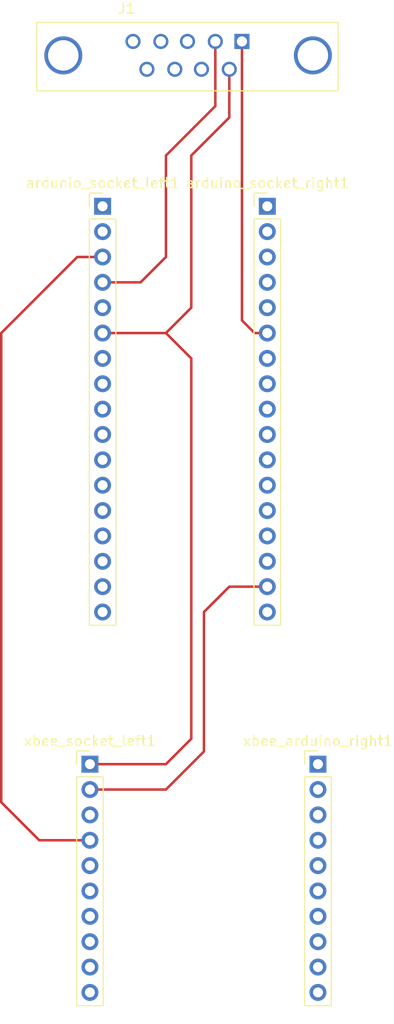
<source format=kicad_pcb>
(kicad_pcb (version 4) (host pcbnew 4.0.6)

  (general
    (links 7)
    (no_connects 1)
    (area 0 0 0 0)
    (thickness 1.6)
    (drawings 0)
    (tracks 27)
    (zones 0)
    (modules 5)
    (nets 59)
  )

  (page A4)
  (layers
    (0 F.Cu signal)
    (31 B.Cu signal)
    (32 B.Adhes user)
    (33 F.Adhes user)
    (34 B.Paste user)
    (35 F.Paste user)
    (36 B.SilkS user)
    (37 F.SilkS user)
    (38 B.Mask user)
    (39 F.Mask user)
    (40 Dwgs.User user)
    (41 Cmts.User user)
    (42 Eco1.User user)
    (43 Eco2.User user)
    (44 Edge.Cuts user)
    (45 Margin user)
    (46 B.CrtYd user)
    (47 F.CrtYd user)
    (48 B.Fab user)
    (49 F.Fab user)
  )

  (setup
    (last_trace_width 0.25)
    (trace_clearance 0.2)
    (zone_clearance 0.508)
    (zone_45_only no)
    (trace_min 0.2)
    (segment_width 0.2)
    (edge_width 0.15)
    (via_size 0.6)
    (via_drill 0.4)
    (via_min_size 0.4)
    (via_min_drill 0.3)
    (uvia_size 0.3)
    (uvia_drill 0.1)
    (uvias_allowed no)
    (uvia_min_size 0.2)
    (uvia_min_drill 0.1)
    (pcb_text_width 0.3)
    (pcb_text_size 1.5 1.5)
    (mod_edge_width 0.15)
    (mod_text_size 1 1)
    (mod_text_width 0.15)
    (pad_size 1.524 1.524)
    (pad_drill 0.762)
    (pad_to_mask_clearance 0.2)
    (aux_axis_origin 0 0)
    (visible_elements 7FFFFFFF)
    (pcbplotparams
      (layerselection 0x00030_80000001)
      (usegerberextensions false)
      (excludeedgelayer true)
      (linewidth 0.100000)
      (plotframeref false)
      (viasonmask false)
      (mode 1)
      (useauxorigin false)
      (hpglpennumber 1)
      (hpglpenspeed 20)
      (hpglpendiameter 15)
      (hpglpenoverlay 2)
      (psnegative false)
      (psa4output false)
      (plotreference true)
      (plotvalue true)
      (plotinvisibletext false)
      (padsonsilk false)
      (subtractmaskfromsilk false)
      (outputformat 1)
      (mirror false)
      (drillshape 1)
      (scaleselection 1)
      (outputdirectory ""))
  )

  (net 0 "")
  (net 1 "Net-(arduino_socket_right1-Pad1)")
  (net 2 "Net-(arduino_socket_right1-Pad2)")
  (net 3 "Net-(arduino_socket_right1-Pad5)")
  (net 4 "Net-(arduino_socket_right1-Pad7)")
  (net 5 "Net-(arduino_socket_right1-Pad8)")
  (net 6 "Net-(arduino_socket_right1-Pad9)")
  (net 7 "Net-(arduino_socket_right1-Pad10)")
  (net 8 "Net-(arduino_socket_right1-Pad11)")
  (net 9 "Net-(arduino_socket_right1-Pad12)")
  (net 10 "Net-(arduino_socket_right1-Pad13)")
  (net 11 "Net-(arduino_socket_right1-Pad14)")
  (net 12 "Net-(arduino_socket_right1-Pad15)")
  (net 13 "Net-(arduino_socket_right1-Pad17)")
  (net 14 "Net-(ardunio_socket_left1-Pad1)")
  (net 15 "Net-(ardunio_socket_left1-Pad2)")
  (net 16 "Net-(ardunio_socket_left1-Pad7)")
  (net 17 "Net-(ardunio_socket_left1-Pad8)")
  (net 18 "Net-(ardunio_socket_left1-Pad9)")
  (net 19 "Net-(ardunio_socket_left1-Pad10)")
  (net 20 "Net-(ardunio_socket_left1-Pad11)")
  (net 21 "Net-(ardunio_socket_left1-Pad12)")
  (net 22 "Net-(ardunio_socket_left1-Pad13)")
  (net 23 "Net-(ardunio_socket_left1-Pad14)")
  (net 24 "Net-(ardunio_socket_left1-Pad15)")
  (net 25 "Net-(ardunio_socket_left1-Pad16)")
  (net 26 "Net-(ardunio_socket_left1-Pad17)")
  (net 27 "Net-(J1-Pad3)")
  (net 28 "Net-(J1-Pad4)")
  (net 29 "Net-(J1-Pad5)")
  (net 30 "Net-(J1-Pad7)")
  (net 31 "Net-(J1-Pad8)")
  (net 32 "Net-(J1-Pad9)")
  (net 33 "Net-(xbee_arduino_right1-Pad1)")
  (net 34 "Net-(xbee_arduino_right1-Pad2)")
  (net 35 "Net-(xbee_arduino_right1-Pad3)")
  (net 36 "Net-(xbee_arduino_right1-Pad4)")
  (net 37 "Net-(xbee_arduino_right1-Pad5)")
  (net 38 "Net-(xbee_arduino_right1-Pad6)")
  (net 39 "Net-(xbee_arduino_right1-Pad7)")
  (net 40 "Net-(xbee_arduino_right1-Pad8)")
  (net 41 "Net-(xbee_arduino_right1-Pad9)")
  (net 42 "Net-(xbee_socket_left1-Pad5)")
  (net 43 "Net-(xbee_socket_left1-Pad6)")
  (net 44 "Net-(xbee_socket_left1-Pad7)")
  (net 45 "Net-(xbee_socket_left1-Pad8)")
  (net 46 "Net-(xbee_socket_left1-Pad9)")
  (net 47 GND)
  (net 48 VCC)
  (net 49 "Net-(arduino_socket_right1-Pad4)")
  (net 50 "Net-(J1-Pad0)")
  (net 51 "Net-(xbee_arduino_right1-Pad10)")
  (net 52 "Net-(xbee_socket_left1-Pad10)")
  (net 53 /TX_to_xbee)
  (net 54 /VIN)
  (net 55 /3.3V)
  (net 56 /TX_roach)
  (net 57 /RESET)
  (net 58 /Dout)

  (net_class Default "Dies ist die voreingestellte Netzklasse."
    (clearance 0.2)
    (trace_width 0.25)
    (via_dia 0.6)
    (via_drill 0.4)
    (uvia_dia 0.3)
    (uvia_drill 0.1)
    (add_net /3.3V)
    (add_net /Dout)
    (add_net /RESET)
    (add_net /TX_roach)
    (add_net /TX_to_xbee)
    (add_net /VIN)
    (add_net GND)
    (add_net "Net-(J1-Pad0)")
    (add_net "Net-(J1-Pad3)")
    (add_net "Net-(J1-Pad4)")
    (add_net "Net-(J1-Pad5)")
    (add_net "Net-(J1-Pad7)")
    (add_net "Net-(J1-Pad8)")
    (add_net "Net-(J1-Pad9)")
    (add_net "Net-(arduino_socket_right1-Pad1)")
    (add_net "Net-(arduino_socket_right1-Pad10)")
    (add_net "Net-(arduino_socket_right1-Pad11)")
    (add_net "Net-(arduino_socket_right1-Pad12)")
    (add_net "Net-(arduino_socket_right1-Pad13)")
    (add_net "Net-(arduino_socket_right1-Pad14)")
    (add_net "Net-(arduino_socket_right1-Pad15)")
    (add_net "Net-(arduino_socket_right1-Pad17)")
    (add_net "Net-(arduino_socket_right1-Pad2)")
    (add_net "Net-(arduino_socket_right1-Pad4)")
    (add_net "Net-(arduino_socket_right1-Pad5)")
    (add_net "Net-(arduino_socket_right1-Pad7)")
    (add_net "Net-(arduino_socket_right1-Pad8)")
    (add_net "Net-(arduino_socket_right1-Pad9)")
    (add_net "Net-(ardunio_socket_left1-Pad1)")
    (add_net "Net-(ardunio_socket_left1-Pad10)")
    (add_net "Net-(ardunio_socket_left1-Pad11)")
    (add_net "Net-(ardunio_socket_left1-Pad12)")
    (add_net "Net-(ardunio_socket_left1-Pad13)")
    (add_net "Net-(ardunio_socket_left1-Pad14)")
    (add_net "Net-(ardunio_socket_left1-Pad15)")
    (add_net "Net-(ardunio_socket_left1-Pad16)")
    (add_net "Net-(ardunio_socket_left1-Pad17)")
    (add_net "Net-(ardunio_socket_left1-Pad2)")
    (add_net "Net-(ardunio_socket_left1-Pad7)")
    (add_net "Net-(ardunio_socket_left1-Pad8)")
    (add_net "Net-(ardunio_socket_left1-Pad9)")
    (add_net "Net-(xbee_arduino_right1-Pad1)")
    (add_net "Net-(xbee_arduino_right1-Pad10)")
    (add_net "Net-(xbee_arduino_right1-Pad2)")
    (add_net "Net-(xbee_arduino_right1-Pad3)")
    (add_net "Net-(xbee_arduino_right1-Pad4)")
    (add_net "Net-(xbee_arduino_right1-Pad5)")
    (add_net "Net-(xbee_arduino_right1-Pad6)")
    (add_net "Net-(xbee_arduino_right1-Pad7)")
    (add_net "Net-(xbee_arduino_right1-Pad8)")
    (add_net "Net-(xbee_arduino_right1-Pad9)")
    (add_net "Net-(xbee_socket_left1-Pad10)")
    (add_net "Net-(xbee_socket_left1-Pad5)")
    (add_net "Net-(xbee_socket_left1-Pad6)")
    (add_net "Net-(xbee_socket_left1-Pad7)")
    (add_net "Net-(xbee_socket_left1-Pad8)")
    (add_net "Net-(xbee_socket_left1-Pad9)")
    (add_net VCC)
  )

  (module Socket_Strips:Socket_Strip_Straight_1x17_Pitch2.54mm (layer F.Cu) (tedit 58CD5446) (tstamp 592048DF)
    (at 237.49 64.77)
    (descr "Through hole straight socket strip, 1x17, 2.54mm pitch, single row")
    (tags "Through hole socket strip THT 1x17 2.54mm single row")
    (path /592035FF)
    (fp_text reference arduino_socket_right1 (at 0 -2.33) (layer F.SilkS)
      (effects (font (size 1 1) (thickness 0.15)))
    )
    (fp_text value CONN_01X17 (at 0 42.97) (layer F.Fab)
      (effects (font (size 1 1) (thickness 0.15)))
    )
    (fp_line (start -1.27 -1.27) (end -1.27 41.91) (layer F.Fab) (width 0.1))
    (fp_line (start -1.27 41.91) (end 1.27 41.91) (layer F.Fab) (width 0.1))
    (fp_line (start 1.27 41.91) (end 1.27 -1.27) (layer F.Fab) (width 0.1))
    (fp_line (start 1.27 -1.27) (end -1.27 -1.27) (layer F.Fab) (width 0.1))
    (fp_line (start -1.33 1.27) (end -1.33 41.97) (layer F.SilkS) (width 0.12))
    (fp_line (start -1.33 41.97) (end 1.33 41.97) (layer F.SilkS) (width 0.12))
    (fp_line (start 1.33 41.97) (end 1.33 1.27) (layer F.SilkS) (width 0.12))
    (fp_line (start 1.33 1.27) (end -1.33 1.27) (layer F.SilkS) (width 0.12))
    (fp_line (start -1.33 0) (end -1.33 -1.33) (layer F.SilkS) (width 0.12))
    (fp_line (start -1.33 -1.33) (end 0 -1.33) (layer F.SilkS) (width 0.12))
    (fp_line (start -1.8 -1.8) (end -1.8 42.45) (layer F.CrtYd) (width 0.05))
    (fp_line (start -1.8 42.45) (end 1.8 42.45) (layer F.CrtYd) (width 0.05))
    (fp_line (start 1.8 42.45) (end 1.8 -1.8) (layer F.CrtYd) (width 0.05))
    (fp_line (start 1.8 -1.8) (end -1.8 -1.8) (layer F.CrtYd) (width 0.05))
    (fp_text user %R (at 0 -2.33) (layer F.Fab)
      (effects (font (size 1 1) (thickness 0.15)))
    )
    (pad 1 thru_hole rect (at 0 0) (size 1.7 1.7) (drill 1) (layers *.Cu *.Mask)
      (net 1 "Net-(arduino_socket_right1-Pad1)"))
    (pad 2 thru_hole oval (at 0 2.54) (size 1.7 1.7) (drill 1) (layers *.Cu *.Mask)
      (net 2 "Net-(arduino_socket_right1-Pad2)"))
    (pad 3 thru_hole oval (at 0 5.08) (size 1.7 1.7) (drill 1) (layers *.Cu *.Mask)
      (net 54 /VIN))
    (pad 4 thru_hole oval (at 0 7.62) (size 1.7 1.7) (drill 1) (layers *.Cu *.Mask)
      (net 49 "Net-(arduino_socket_right1-Pad4)"))
    (pad 5 thru_hole oval (at 0 10.16) (size 1.7 1.7) (drill 1) (layers *.Cu *.Mask)
      (net 3 "Net-(arduino_socket_right1-Pad5)"))
    (pad 6 thru_hole oval (at 0 12.7) (size 1.7 1.7) (drill 1) (layers *.Cu *.Mask)
      (net 48 VCC))
    (pad 7 thru_hole oval (at 0 15.24) (size 1.7 1.7) (drill 1) (layers *.Cu *.Mask)
      (net 4 "Net-(arduino_socket_right1-Pad7)"))
    (pad 8 thru_hole oval (at 0 17.78) (size 1.7 1.7) (drill 1) (layers *.Cu *.Mask)
      (net 5 "Net-(arduino_socket_right1-Pad8)"))
    (pad 9 thru_hole oval (at 0 20.32) (size 1.7 1.7) (drill 1) (layers *.Cu *.Mask)
      (net 6 "Net-(arduino_socket_right1-Pad9)"))
    (pad 10 thru_hole oval (at 0 22.86) (size 1.7 1.7) (drill 1) (layers *.Cu *.Mask)
      (net 7 "Net-(arduino_socket_right1-Pad10)"))
    (pad 11 thru_hole oval (at 0 25.4) (size 1.7 1.7) (drill 1) (layers *.Cu *.Mask)
      (net 8 "Net-(arduino_socket_right1-Pad11)"))
    (pad 12 thru_hole oval (at 0 27.94) (size 1.7 1.7) (drill 1) (layers *.Cu *.Mask)
      (net 9 "Net-(arduino_socket_right1-Pad12)"))
    (pad 13 thru_hole oval (at 0 30.48) (size 1.7 1.7) (drill 1) (layers *.Cu *.Mask)
      (net 10 "Net-(arduino_socket_right1-Pad13)"))
    (pad 14 thru_hole oval (at 0 33.02) (size 1.7 1.7) (drill 1) (layers *.Cu *.Mask)
      (net 11 "Net-(arduino_socket_right1-Pad14)"))
    (pad 15 thru_hole oval (at 0 35.56) (size 1.7 1.7) (drill 1) (layers *.Cu *.Mask)
      (net 12 "Net-(arduino_socket_right1-Pad15)"))
    (pad 16 thru_hole oval (at 0 38.1) (size 1.7 1.7) (drill 1) (layers *.Cu *.Mask)
      (net 55 /3.3V))
    (pad 17 thru_hole oval (at 0 40.64) (size 1.7 1.7) (drill 1) (layers *.Cu *.Mask)
      (net 13 "Net-(arduino_socket_right1-Pad17)"))
    (model ${KISYS3DMOD}/Socket_Strips.3dshapes/Socket_Strip_Straight_1x17_Pitch2.54mm.wrl
      (at (xyz 0 -0.8 0))
      (scale (xyz 1 1 1))
      (rotate (xyz 0 0 270))
    )
  )

  (module Socket_Strips:Socket_Strip_Straight_1x17_Pitch2.54mm (layer F.Cu) (tedit 58CD5446) (tstamp 592048F4)
    (at 220.98 64.77)
    (descr "Through hole straight socket strip, 1x17, 2.54mm pitch, single row")
    (tags "Through hole socket strip THT 1x17 2.54mm single row")
    (path /59202786)
    (fp_text reference ardunio_socket_left1 (at 0 -2.33) (layer F.SilkS)
      (effects (font (size 1 1) (thickness 0.15)))
    )
    (fp_text value CONN_01X17 (at 0 42.97) (layer F.Fab)
      (effects (font (size 1 1) (thickness 0.15)))
    )
    (fp_line (start -1.27 -1.27) (end -1.27 41.91) (layer F.Fab) (width 0.1))
    (fp_line (start -1.27 41.91) (end 1.27 41.91) (layer F.Fab) (width 0.1))
    (fp_line (start 1.27 41.91) (end 1.27 -1.27) (layer F.Fab) (width 0.1))
    (fp_line (start 1.27 -1.27) (end -1.27 -1.27) (layer F.Fab) (width 0.1))
    (fp_line (start -1.33 1.27) (end -1.33 41.97) (layer F.SilkS) (width 0.12))
    (fp_line (start -1.33 41.97) (end 1.33 41.97) (layer F.SilkS) (width 0.12))
    (fp_line (start 1.33 41.97) (end 1.33 1.27) (layer F.SilkS) (width 0.12))
    (fp_line (start 1.33 1.27) (end -1.33 1.27) (layer F.SilkS) (width 0.12))
    (fp_line (start -1.33 0) (end -1.33 -1.33) (layer F.SilkS) (width 0.12))
    (fp_line (start -1.33 -1.33) (end 0 -1.33) (layer F.SilkS) (width 0.12))
    (fp_line (start -1.8 -1.8) (end -1.8 42.45) (layer F.CrtYd) (width 0.05))
    (fp_line (start -1.8 42.45) (end 1.8 42.45) (layer F.CrtYd) (width 0.05))
    (fp_line (start 1.8 42.45) (end 1.8 -1.8) (layer F.CrtYd) (width 0.05))
    (fp_line (start 1.8 -1.8) (end -1.8 -1.8) (layer F.CrtYd) (width 0.05))
    (fp_text user %R (at 0 -2.33) (layer F.Fab)
      (effects (font (size 1 1) (thickness 0.15)))
    )
    (pad 1 thru_hole rect (at 0 0) (size 1.7 1.7) (drill 1) (layers *.Cu *.Mask)
      (net 14 "Net-(ardunio_socket_left1-Pad1)"))
    (pad 2 thru_hole oval (at 0 2.54) (size 1.7 1.7) (drill 1) (layers *.Cu *.Mask)
      (net 15 "Net-(ardunio_socket_left1-Pad2)"))
    (pad 3 thru_hole oval (at 0 5.08) (size 1.7 1.7) (drill 1) (layers *.Cu *.Mask)
      (net 53 /TX_to_xbee))
    (pad 4 thru_hole oval (at 0 7.62) (size 1.7 1.7) (drill 1) (layers *.Cu *.Mask)
      (net 56 /TX_roach))
    (pad 5 thru_hole oval (at 0 10.16) (size 1.7 1.7) (drill 1) (layers *.Cu *.Mask)
      (net 57 /RESET))
    (pad 6 thru_hole oval (at 0 12.7) (size 1.7 1.7) (drill 1) (layers *.Cu *.Mask)
      (net 47 GND))
    (pad 7 thru_hole oval (at 0 15.24) (size 1.7 1.7) (drill 1) (layers *.Cu *.Mask)
      (net 16 "Net-(ardunio_socket_left1-Pad7)"))
    (pad 8 thru_hole oval (at 0 17.78) (size 1.7 1.7) (drill 1) (layers *.Cu *.Mask)
      (net 17 "Net-(ardunio_socket_left1-Pad8)"))
    (pad 9 thru_hole oval (at 0 20.32) (size 1.7 1.7) (drill 1) (layers *.Cu *.Mask)
      (net 18 "Net-(ardunio_socket_left1-Pad9)"))
    (pad 10 thru_hole oval (at 0 22.86) (size 1.7 1.7) (drill 1) (layers *.Cu *.Mask)
      (net 19 "Net-(ardunio_socket_left1-Pad10)"))
    (pad 11 thru_hole oval (at 0 25.4) (size 1.7 1.7) (drill 1) (layers *.Cu *.Mask)
      (net 20 "Net-(ardunio_socket_left1-Pad11)"))
    (pad 12 thru_hole oval (at 0 27.94) (size 1.7 1.7) (drill 1) (layers *.Cu *.Mask)
      (net 21 "Net-(ardunio_socket_left1-Pad12)"))
    (pad 13 thru_hole oval (at 0 30.48) (size 1.7 1.7) (drill 1) (layers *.Cu *.Mask)
      (net 22 "Net-(ardunio_socket_left1-Pad13)"))
    (pad 14 thru_hole oval (at 0 33.02) (size 1.7 1.7) (drill 1) (layers *.Cu *.Mask)
      (net 23 "Net-(ardunio_socket_left1-Pad14)"))
    (pad 15 thru_hole oval (at 0 35.56) (size 1.7 1.7) (drill 1) (layers *.Cu *.Mask)
      (net 24 "Net-(ardunio_socket_left1-Pad15)"))
    (pad 16 thru_hole oval (at 0 38.1) (size 1.7 1.7) (drill 1) (layers *.Cu *.Mask)
      (net 25 "Net-(ardunio_socket_left1-Pad16)"))
    (pad 17 thru_hole oval (at 0 40.64) (size 1.7 1.7) (drill 1) (layers *.Cu *.Mask)
      (net 26 "Net-(ardunio_socket_left1-Pad17)"))
    (model ${KISYS3DMOD}/Socket_Strips.3dshapes/Socket_Strip_Straight_1x17_Pitch2.54mm.wrl
      (at (xyz 0 -0.8 0))
      (scale (xyz 1 1 1))
      (rotate (xyz 0 0 270))
    )
  )

  (module Connectors:DB9FD (layer F.Cu) (tedit 587FDEBE) (tstamp 59204903)
    (at 234.95 48.26)
    (descr "Connecteur DB9 femelle droit")
    (tags "CONN DB9")
    (path /59203B4C)
    (fp_text reference J1 (at -11.56 -3.3 180) (layer F.SilkS)
      (effects (font (size 1 1) (thickness 0.15)))
    )
    (fp_text value DB9_FEMALE_MountingHoles (at 0.63 -3.3) (layer F.Fab)
      (effects (font (size 1 1) (thickness 0.15)))
    )
    (fp_line (start -20.45 -1.78) (end -20.45 4.83) (layer F.Fab) (width 0.1))
    (fp_line (start -20.45 4.83) (end 9.53 4.83) (layer F.Fab) (width 0.1))
    (fp_line (start 9.53 4.83) (end 9.53 -1.78) (layer F.Fab) (width 0.1))
    (fp_line (start 9.53 -1.78) (end -20.45 -1.78) (layer F.Fab) (width 0.1))
    (fp_line (start -20.7 -2.03) (end 9.78 -2.03) (layer F.CrtYd) (width 0.05))
    (fp_line (start -20.7 -2.03) (end -20.7 5.08) (layer F.CrtYd) (width 0.05))
    (fp_line (start 9.78 5.08) (end 9.78 -2.03) (layer F.CrtYd) (width 0.05))
    (fp_line (start 9.78 5.08) (end -20.7 5.08) (layer F.CrtYd) (width 0.05))
    (fp_line (start -20.57 -1.9) (end 9.64 -1.9) (layer F.SilkS) (width 0.12))
    (fp_line (start -20.57 -1.9) (end -20.57 4.95) (layer F.SilkS) (width 0.12))
    (fp_line (start 9.64 4.95) (end 9.64 -1.9) (layer F.SilkS) (width 0.12))
    (fp_line (start 9.64 4.95) (end -20.57 4.95) (layer F.SilkS) (width 0.12))
    (pad 0 thru_hole circle (at -17.91 1.4) (size 3.81 3.81) (drill 3.05) (layers *.Cu *.Mask)
      (net 50 "Net-(J1-Pad0)"))
    (pad 0 thru_hole circle (at 7.11 1.4) (size 3.81 3.81) (drill 3.05) (layers *.Cu *.Mask)
      (net 50 "Net-(J1-Pad0)"))
    (pad 1 thru_hole rect (at 0 0) (size 1.52 1.52) (drill 1.02) (layers *.Cu *.Mask)
      (net 48 VCC))
    (pad 2 thru_hole circle (at -2.67 0) (size 1.52 1.52) (drill 1.02) (layers *.Cu *.Mask)
      (net 56 /TX_roach))
    (pad 3 thru_hole circle (at -5.46 0) (size 1.52 1.52) (drill 1.02) (layers *.Cu *.Mask)
      (net 27 "Net-(J1-Pad3)"))
    (pad 4 thru_hole circle (at -8.13 0) (size 1.52 1.52) (drill 1.02) (layers *.Cu *.Mask)
      (net 28 "Net-(J1-Pad4)"))
    (pad 5 thru_hole circle (at -10.92 0) (size 1.52 1.52) (drill 1.02) (layers *.Cu *.Mask)
      (net 29 "Net-(J1-Pad5)"))
    (pad 6 thru_hole circle (at -1.27 2.79) (size 1.52 1.52) (drill 1.02) (layers *.Cu *.Mask)
      (net 47 GND))
    (pad 7 thru_hole circle (at -4.06 2.79) (size 1.52 1.52) (drill 1.02) (layers *.Cu *.Mask)
      (net 30 "Net-(J1-Pad7)"))
    (pad 8 thru_hole circle (at -6.73 2.79) (size 1.52 1.52) (drill 1.02) (layers *.Cu *.Mask)
      (net 31 "Net-(J1-Pad8)"))
    (pad 9 thru_hole circle (at -9.53 2.79) (size 1.52 1.52) (drill 1.02) (layers *.Cu *.Mask)
      (net 32 "Net-(J1-Pad9)"))
    (model Connectors.3dshapes/DB9FD.wrl
      (at (xyz -0.2086614173228347 -0.05118110236220473 0))
      (scale (xyz 1 1 1))
      (rotate (xyz 0 0 0))
    )
  )

  (module Socket_Strips:Socket_Strip_Straight_1x10_Pitch2.54mm (layer F.Cu) (tedit 58CD5446) (tstamp 59204911)
    (at 242.57 120.65)
    (descr "Through hole straight socket strip, 1x10, 2.54mm pitch, single row")
    (tags "Through hole socket strip THT 1x10 2.54mm single row")
    (path /592039FD)
    (fp_text reference xbee_arduino_right1 (at 0 -2.33) (layer F.SilkS)
      (effects (font (size 1 1) (thickness 0.15)))
    )
    (fp_text value CONN_01X10 (at 0 25.19) (layer F.Fab)
      (effects (font (size 1 1) (thickness 0.15)))
    )
    (fp_line (start -1.27 -1.27) (end -1.27 24.13) (layer F.Fab) (width 0.1))
    (fp_line (start -1.27 24.13) (end 1.27 24.13) (layer F.Fab) (width 0.1))
    (fp_line (start 1.27 24.13) (end 1.27 -1.27) (layer F.Fab) (width 0.1))
    (fp_line (start 1.27 -1.27) (end -1.27 -1.27) (layer F.Fab) (width 0.1))
    (fp_line (start -1.33 1.27) (end -1.33 24.19) (layer F.SilkS) (width 0.12))
    (fp_line (start -1.33 24.19) (end 1.33 24.19) (layer F.SilkS) (width 0.12))
    (fp_line (start 1.33 24.19) (end 1.33 1.27) (layer F.SilkS) (width 0.12))
    (fp_line (start 1.33 1.27) (end -1.33 1.27) (layer F.SilkS) (width 0.12))
    (fp_line (start -1.33 0) (end -1.33 -1.33) (layer F.SilkS) (width 0.12))
    (fp_line (start -1.33 -1.33) (end 0 -1.33) (layer F.SilkS) (width 0.12))
    (fp_line (start -1.8 -1.8) (end -1.8 24.65) (layer F.CrtYd) (width 0.05))
    (fp_line (start -1.8 24.65) (end 1.8 24.65) (layer F.CrtYd) (width 0.05))
    (fp_line (start 1.8 24.65) (end 1.8 -1.8) (layer F.CrtYd) (width 0.05))
    (fp_line (start 1.8 -1.8) (end -1.8 -1.8) (layer F.CrtYd) (width 0.05))
    (fp_text user %R (at 0 -2.33) (layer F.Fab)
      (effects (font (size 1 1) (thickness 0.15)))
    )
    (pad 1 thru_hole rect (at 0 0) (size 1.7 1.7) (drill 1) (layers *.Cu *.Mask)
      (net 33 "Net-(xbee_arduino_right1-Pad1)"))
    (pad 2 thru_hole oval (at 0 2.54) (size 1.7 1.7) (drill 1) (layers *.Cu *.Mask)
      (net 34 "Net-(xbee_arduino_right1-Pad2)"))
    (pad 3 thru_hole oval (at 0 5.08) (size 1.7 1.7) (drill 1) (layers *.Cu *.Mask)
      (net 35 "Net-(xbee_arduino_right1-Pad3)"))
    (pad 4 thru_hole oval (at 0 7.62) (size 1.7 1.7) (drill 1) (layers *.Cu *.Mask)
      (net 36 "Net-(xbee_arduino_right1-Pad4)"))
    (pad 5 thru_hole oval (at 0 10.16) (size 1.7 1.7) (drill 1) (layers *.Cu *.Mask)
      (net 37 "Net-(xbee_arduino_right1-Pad5)"))
    (pad 6 thru_hole oval (at 0 12.7) (size 1.7 1.7) (drill 1) (layers *.Cu *.Mask)
      (net 38 "Net-(xbee_arduino_right1-Pad6)"))
    (pad 7 thru_hole oval (at 0 15.24) (size 1.7 1.7) (drill 1) (layers *.Cu *.Mask)
      (net 39 "Net-(xbee_arduino_right1-Pad7)"))
    (pad 8 thru_hole oval (at 0 17.78) (size 1.7 1.7) (drill 1) (layers *.Cu *.Mask)
      (net 40 "Net-(xbee_arduino_right1-Pad8)"))
    (pad 9 thru_hole oval (at 0 20.32) (size 1.7 1.7) (drill 1) (layers *.Cu *.Mask)
      (net 41 "Net-(xbee_arduino_right1-Pad9)"))
    (pad 10 thru_hole oval (at 0 22.86) (size 1.7 1.7) (drill 1) (layers *.Cu *.Mask)
      (net 51 "Net-(xbee_arduino_right1-Pad10)"))
    (model ${KISYS3DMOD}/Socket_Strips.3dshapes/Socket_Strip_Straight_1x10_Pitch2.54mm.wrl
      (at (xyz 0 -0.45 0))
      (scale (xyz 1 1 1))
      (rotate (xyz 0 0 270))
    )
  )

  (module Socket_Strips:Socket_Strip_Straight_1x10_Pitch2.54mm (layer F.Cu) (tedit 58CD5446) (tstamp 5920491F)
    (at 219.71 120.65)
    (descr "Through hole straight socket strip, 1x10, 2.54mm pitch, single row")
    (tags "Through hole socket strip THT 1x10 2.54mm single row")
    (path /59203900)
    (fp_text reference xbee_socket_left1 (at 0 -2.33) (layer F.SilkS)
      (effects (font (size 1 1) (thickness 0.15)))
    )
    (fp_text value CONN_01X10 (at 0 25.19) (layer F.Fab)
      (effects (font (size 1 1) (thickness 0.15)))
    )
    (fp_line (start -1.27 -1.27) (end -1.27 24.13) (layer F.Fab) (width 0.1))
    (fp_line (start -1.27 24.13) (end 1.27 24.13) (layer F.Fab) (width 0.1))
    (fp_line (start 1.27 24.13) (end 1.27 -1.27) (layer F.Fab) (width 0.1))
    (fp_line (start 1.27 -1.27) (end -1.27 -1.27) (layer F.Fab) (width 0.1))
    (fp_line (start -1.33 1.27) (end -1.33 24.19) (layer F.SilkS) (width 0.12))
    (fp_line (start -1.33 24.19) (end 1.33 24.19) (layer F.SilkS) (width 0.12))
    (fp_line (start 1.33 24.19) (end 1.33 1.27) (layer F.SilkS) (width 0.12))
    (fp_line (start 1.33 1.27) (end -1.33 1.27) (layer F.SilkS) (width 0.12))
    (fp_line (start -1.33 0) (end -1.33 -1.33) (layer F.SilkS) (width 0.12))
    (fp_line (start -1.33 -1.33) (end 0 -1.33) (layer F.SilkS) (width 0.12))
    (fp_line (start -1.8 -1.8) (end -1.8 24.65) (layer F.CrtYd) (width 0.05))
    (fp_line (start -1.8 24.65) (end 1.8 24.65) (layer F.CrtYd) (width 0.05))
    (fp_line (start 1.8 24.65) (end 1.8 -1.8) (layer F.CrtYd) (width 0.05))
    (fp_line (start 1.8 -1.8) (end -1.8 -1.8) (layer F.CrtYd) (width 0.05))
    (fp_text user %R (at 0 -2.33) (layer F.Fab)
      (effects (font (size 1 1) (thickness 0.15)))
    )
    (pad 1 thru_hole rect (at 0 0) (size 1.7 1.7) (drill 1) (layers *.Cu *.Mask)
      (net 47 GND))
    (pad 2 thru_hole oval (at 0 2.54) (size 1.7 1.7) (drill 1) (layers *.Cu *.Mask)
      (net 55 /3.3V))
    (pad 3 thru_hole oval (at 0 5.08) (size 1.7 1.7) (drill 1) (layers *.Cu *.Mask)
      (net 58 /Dout))
    (pad 4 thru_hole oval (at 0 7.62) (size 1.7 1.7) (drill 1) (layers *.Cu *.Mask)
      (net 53 /TX_to_xbee))
    (pad 5 thru_hole oval (at 0 10.16) (size 1.7 1.7) (drill 1) (layers *.Cu *.Mask)
      (net 42 "Net-(xbee_socket_left1-Pad5)"))
    (pad 6 thru_hole oval (at 0 12.7) (size 1.7 1.7) (drill 1) (layers *.Cu *.Mask)
      (net 43 "Net-(xbee_socket_left1-Pad6)"))
    (pad 7 thru_hole oval (at 0 15.24) (size 1.7 1.7) (drill 1) (layers *.Cu *.Mask)
      (net 44 "Net-(xbee_socket_left1-Pad7)"))
    (pad 8 thru_hole oval (at 0 17.78) (size 1.7 1.7) (drill 1) (layers *.Cu *.Mask)
      (net 45 "Net-(xbee_socket_left1-Pad8)"))
    (pad 9 thru_hole oval (at 0 20.32) (size 1.7 1.7) (drill 1) (layers *.Cu *.Mask)
      (net 46 "Net-(xbee_socket_left1-Pad9)"))
    (pad 10 thru_hole oval (at 0 22.86) (size 1.7 1.7) (drill 1) (layers *.Cu *.Mask)
      (net 52 "Net-(xbee_socket_left1-Pad10)"))
    (model ${KISYS3DMOD}/Socket_Strips.3dshapes/Socket_Strip_Straight_1x10_Pitch2.54mm.wrl
      (at (xyz 0 -0.45 0))
      (scale (xyz 1 1 1))
      (rotate (xyz 0 0 270))
    )
  )

  (segment (start 227.33 77.47) (end 229.87 80.01) (width 0.25) (layer F.Cu) (net 47))
  (segment (start 227.33 120.65) (end 219.71 120.65) (width 0.25) (layer F.Cu) (net 47) (tstamp 59204F2D) (status 800000))
  (segment (start 229.87 118.11) (end 227.33 120.65) (width 0.25) (layer F.Cu) (net 47) (tstamp 59204F23))
  (segment (start 229.87 80.01) (end 229.87 118.11) (width 0.25) (layer F.Cu) (net 47) (tstamp 59204F22))
  (segment (start 233.68 51.05) (end 233.68 55.88) (width 0.25) (layer F.Cu) (net 47) (status 400000))
  (segment (start 227.33 77.47) (end 220.98 77.47) (width 0.25) (layer F.Cu) (net 47) (tstamp 59204F1E) (status 800000))
  (segment (start 229.87 74.93) (end 227.33 77.47) (width 0.25) (layer F.Cu) (net 47) (tstamp 59204F1B))
  (segment (start 229.87 59.69) (end 229.87 74.93) (width 0.25) (layer F.Cu) (net 47) (tstamp 59204F13))
  (segment (start 233.68 55.88) (end 229.87 59.69) (width 0.25) (layer F.Cu) (net 47) (tstamp 59204F0B))
  (segment (start 234.95 48.26) (end 234.95 76.2) (width 0.25) (layer F.Cu) (net 48) (status 400000))
  (segment (start 236.22 77.47) (end 237.49 77.47) (width 0.25) (layer F.Cu) (net 48) (tstamp 59204F5A) (status 800000))
  (segment (start 234.95 76.2) (end 236.22 77.47) (width 0.25) (layer F.Cu) (net 48) (tstamp 59204F4F))
  (segment (start 220.98 69.85) (end 218.44 69.85) (width 0.25) (layer F.Cu) (net 53) (status 400000))
  (segment (start 214.63 128.27) (end 219.71 128.27) (width 0.25) (layer F.Cu) (net 53) (tstamp 59204F90) (status 800000))
  (segment (start 210.82 124.46) (end 214.63 128.27) (width 0.25) (layer F.Cu) (net 53) (tstamp 59204F8E))
  (segment (start 210.82 77.47) (end 210.82 124.46) (width 0.25) (layer F.Cu) (net 53) (tstamp 59204F7A))
  (segment (start 218.44 69.85) (end 210.82 77.47) (width 0.25) (layer F.Cu) (net 53) (tstamp 59204F76))
  (segment (start 237.49 102.87) (end 233.68 102.87) (width 0.25) (layer F.Cu) (net 55) (status 400000))
  (segment (start 227.33 123.19) (end 219.71 123.19) (width 0.25) (layer F.Cu) (net 55) (tstamp 59204F3F) (status 800000))
  (segment (start 231.14 119.38) (end 227.33 123.19) (width 0.25) (layer F.Cu) (net 55) (tstamp 59204F3C))
  (segment (start 231.14 105.41) (end 231.14 119.38) (width 0.25) (layer F.Cu) (net 55) (tstamp 59204F3A))
  (segment (start 233.68 102.87) (end 231.14 105.41) (width 0.25) (layer F.Cu) (net 55) (tstamp 59204F35))
  (segment (start 220.98 72.39) (end 224.79 72.39) (width 0.25) (layer F.Cu) (net 56) (status 400000))
  (segment (start 232.28 54.74) (end 227.33 59.69) (width 0.25) (layer F.Cu) (net 56) (tstamp 59204F60))
  (segment (start 227.33 59.69) (end 227.33 69.85) (width 0.25) (layer F.Cu) (net 56) (tstamp 59204F67))
  (segment (start 227.33 69.85) (end 224.79 72.39) (width 0.25) (layer F.Cu) (net 56) (tstamp 59204F6A))
  (segment (start 232.28 54.74) (end 232.28 48.26) (width 0.25) (layer F.Cu) (net 56) (status 800000))

)

</source>
